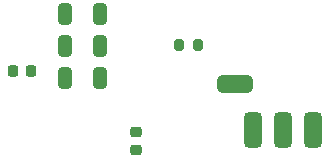
<source format=gbr>
G04 #@! TF.GenerationSoftware,KiCad,Pcbnew,(6.0.0-0)*
G04 #@! TF.CreationDate,2021-12-28T23:34:07-05:00*
G04 #@! TF.ProjectId,9DIN2VGA,3944494e-3256-4474-912e-6b696361645f,1*
G04 #@! TF.SameCoordinates,Original*
G04 #@! TF.FileFunction,Paste,Top*
G04 #@! TF.FilePolarity,Positive*
%FSLAX46Y46*%
G04 Gerber Fmt 4.6, Leading zero omitted, Abs format (unit mm)*
G04 Created by KiCad (PCBNEW (6.0.0-0)) date 2021-12-28 23:34:07*
%MOMM*%
%LPD*%
G01*
G04 APERTURE LIST*
G04 Aperture macros list*
%AMRoundRect*
0 Rectangle with rounded corners*
0 $1 Rounding radius*
0 $2 $3 $4 $5 $6 $7 $8 $9 X,Y pos of 4 corners*
0 Add a 4 corners polygon primitive as box body*
4,1,4,$2,$3,$4,$5,$6,$7,$8,$9,$2,$3,0*
0 Add four circle primitives for the rounded corners*
1,1,$1+$1,$2,$3*
1,1,$1+$1,$4,$5*
1,1,$1+$1,$6,$7*
1,1,$1+$1,$8,$9*
0 Add four rect primitives between the rounded corners*
20,1,$1+$1,$2,$3,$4,$5,0*
20,1,$1+$1,$4,$5,$6,$7,0*
20,1,$1+$1,$6,$7,$8,$9,0*
20,1,$1+$1,$8,$9,$2,$3,0*%
G04 Aperture macros list end*
%ADD10RoundRect,0.249999X0.325001X0.650001X-0.325001X0.650001X-0.325001X-0.650001X0.325001X-0.650001X0*%
%ADD11RoundRect,0.225000X0.225000X0.250000X-0.225000X0.250000X-0.225000X-0.250000X0.225000X-0.250000X0*%
%ADD12RoundRect,0.225000X-0.250000X0.225000X-0.250000X-0.225000X0.250000X-0.225000X0.250000X0.225000X0*%
%ADD13RoundRect,0.375000X-0.375000X-1.125000X0.375000X-1.125000X0.375000X1.125000X-0.375000X1.125000X0*%
%ADD14RoundRect,0.375000X1.125000X-0.375000X1.125000X0.375000X-1.125000X0.375000X-1.125000X-0.375000X0*%
%ADD15RoundRect,0.200000X0.200000X0.275000X-0.200000X0.275000X-0.200000X-0.275000X0.200000X-0.275000X0*%
G04 APERTURE END LIST*
D10*
X134490000Y-90860000D03*
X131540000Y-90860000D03*
X134490000Y-93590000D03*
X131540000Y-93590000D03*
X134490000Y-96330000D03*
X131540000Y-96330000D03*
D11*
X128725000Y-95730000D03*
X127175000Y-95730000D03*
D12*
X137540000Y-100830000D03*
X137540000Y-102380000D03*
D13*
X152581804Y-100713357D03*
X150031804Y-100713357D03*
X147501804Y-100713357D03*
D14*
X145961804Y-96813357D03*
D15*
X142845000Y-93510000D03*
X141195000Y-93510000D03*
M02*

</source>
